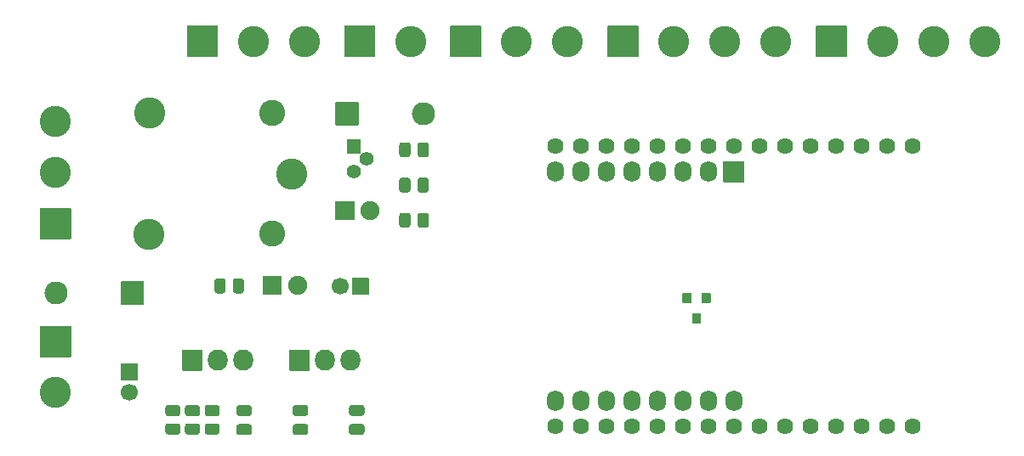
<source format=gts>
%TF.GenerationSoftware,KiCad,Pcbnew,5.1.10*%
%TF.CreationDate,2021-06-17T09:11:18+01:00*%
%TF.ProjectId,controller,636f6e74-726f-46c6-9c65-722e6b696361,V0.2*%
%TF.SameCoordinates,Original*%
%TF.FileFunction,Soldermask,Top*%
%TF.FilePolarity,Negative*%
%FSLAX46Y46*%
G04 Gerber Fmt 4.6, Leading zero omitted, Abs format (unit mm)*
G04 Created by KiCad (PCBNEW 5.1.10) date 2021-06-17 09:11:18*
%MOMM*%
%LPD*%
G01*
G04 APERTURE LIST*
%ADD10C,1.624000*%
%ADD11O,1.700000X2.100000*%
%ADD12C,1.900000*%
%ADD13C,1.700000*%
%ADD14O,2.300000X2.300000*%
%ADD15C,3.100000*%
%ADD16C,1.400000*%
%ADD17O,2.005000X2.100000*%
%ADD18C,2.600000*%
G04 APERTURE END LIST*
D10*
X234655000Y-109125000D03*
X232115000Y-109125000D03*
X229575000Y-109125000D03*
X227035000Y-109125000D03*
X224495000Y-109125000D03*
X221955000Y-109125000D03*
X219415000Y-109125000D03*
X216875000Y-109125000D03*
X214335000Y-109125000D03*
X211795000Y-109125000D03*
X209255000Y-109125000D03*
X206715000Y-109125000D03*
X204175000Y-109125000D03*
X201635000Y-109125000D03*
X199095000Y-109125000D03*
X199095000Y-81185000D03*
X201635000Y-81185000D03*
X204175000Y-81185000D03*
X206715000Y-81185000D03*
X209255000Y-81185000D03*
X211795000Y-81185000D03*
X214335000Y-81185000D03*
X216875000Y-81185000D03*
X219415000Y-81185000D03*
X221955000Y-81185000D03*
X224495000Y-81185000D03*
X227035000Y-81185000D03*
X229575000Y-81185000D03*
X232115000Y-81185000D03*
X234655000Y-81185000D03*
D11*
X216875000Y-106585000D03*
X214335000Y-106585000D03*
X211795000Y-106585000D03*
X209255000Y-106585000D03*
X206715000Y-106585000D03*
X204175000Y-106585000D03*
X201635000Y-106585000D03*
X199095000Y-106585000D03*
X199095000Y-83725000D03*
X201635000Y-83725000D03*
X204175000Y-83725000D03*
X206715000Y-83725000D03*
X209255000Y-83725000D03*
X211795000Y-83725000D03*
G36*
G01*
X215875000Y-82675000D02*
X217875000Y-82675000D01*
G75*
G02*
X217925000Y-82725000I0J-50000D01*
G01*
X217925000Y-84725000D01*
G75*
G02*
X217875000Y-84775000I-50000J0D01*
G01*
X215875000Y-84775000D01*
G75*
G02*
X215825000Y-84725000I0J50000D01*
G01*
X215825000Y-82725000D01*
G75*
G02*
X215875000Y-82675000I50000J0D01*
G01*
G37*
X214335000Y-83725000D03*
D12*
X180700500Y-87604000D03*
G36*
G01*
X177210500Y-88504000D02*
X177210500Y-86704000D01*
G75*
G02*
X177260500Y-86654000I50000J0D01*
G01*
X179060500Y-86654000D01*
G75*
G02*
X179110500Y-86704000I0J-50000D01*
G01*
X179110500Y-88504000D01*
G75*
G02*
X179060500Y-88554000I-50000J0D01*
G01*
X177260500Y-88554000D01*
G75*
G02*
X177210500Y-88504000I0J50000D01*
G01*
G37*
D13*
X177711100Y-95173800D03*
G36*
G01*
X180561100Y-94373800D02*
X180561100Y-95973800D01*
G75*
G02*
X180511100Y-96023800I-50000J0D01*
G01*
X178911100Y-96023800D01*
G75*
G02*
X178861100Y-95973800I0J50000D01*
G01*
X178861100Y-94373800D01*
G75*
G02*
X178911100Y-94323800I50000J0D01*
G01*
X180511100Y-94323800D01*
G75*
G02*
X180561100Y-94373800I0J-50000D01*
G01*
G37*
G36*
G01*
X168630000Y-109990000D02*
X167630000Y-109990000D01*
G75*
G02*
X167355000Y-109715000I0J275000D01*
G01*
X167355000Y-109165000D01*
G75*
G02*
X167630000Y-108890000I275000J0D01*
G01*
X168630000Y-108890000D01*
G75*
G02*
X168905000Y-109165000I0J-275000D01*
G01*
X168905000Y-109715000D01*
G75*
G02*
X168630000Y-109990000I-275000J0D01*
G01*
G37*
G36*
G01*
X168630000Y-108090000D02*
X167630000Y-108090000D01*
G75*
G02*
X167355000Y-107815000I0J275000D01*
G01*
X167355000Y-107265000D01*
G75*
G02*
X167630000Y-106990000I275000J0D01*
G01*
X168630000Y-106990000D01*
G75*
G02*
X168905000Y-107265000I0J-275000D01*
G01*
X168905000Y-107815000D01*
G75*
G02*
X168630000Y-108090000I-275000J0D01*
G01*
G37*
G36*
G01*
X174237600Y-108090000D02*
X173237600Y-108090000D01*
G75*
G02*
X172962600Y-107815000I0J275000D01*
G01*
X172962600Y-107265000D01*
G75*
G02*
X173237600Y-106990000I275000J0D01*
G01*
X174237600Y-106990000D01*
G75*
G02*
X174512600Y-107265000I0J-275000D01*
G01*
X174512600Y-107815000D01*
G75*
G02*
X174237600Y-108090000I-275000J0D01*
G01*
G37*
G36*
G01*
X174237600Y-109990000D02*
X173237600Y-109990000D01*
G75*
G02*
X172962600Y-109715000I0J275000D01*
G01*
X172962600Y-109165000D01*
G75*
G02*
X173237600Y-108890000I275000J0D01*
G01*
X174237600Y-108890000D01*
G75*
G02*
X174512600Y-109165000I0J-275000D01*
G01*
X174512600Y-109715000D01*
G75*
G02*
X174237600Y-109990000I-275000J0D01*
G01*
G37*
G36*
G01*
X179845200Y-108090000D02*
X178845200Y-108090000D01*
G75*
G02*
X178570200Y-107815000I0J275000D01*
G01*
X178570200Y-107265000D01*
G75*
G02*
X178845200Y-106990000I275000J0D01*
G01*
X179845200Y-106990000D01*
G75*
G02*
X180120200Y-107265000I0J-275000D01*
G01*
X180120200Y-107815000D01*
G75*
G02*
X179845200Y-108090000I-275000J0D01*
G01*
G37*
G36*
G01*
X179845200Y-109990000D02*
X178845200Y-109990000D01*
G75*
G02*
X178570200Y-109715000I0J275000D01*
G01*
X178570200Y-109165000D01*
G75*
G02*
X178845200Y-108890000I275000J0D01*
G01*
X179845200Y-108890000D01*
G75*
G02*
X180120200Y-109165000I0J-275000D01*
G01*
X180120200Y-109715000D01*
G75*
G02*
X179845200Y-109990000I-275000J0D01*
G01*
G37*
G36*
G01*
X169953900Y-95946800D02*
X169953900Y-94146800D01*
G75*
G02*
X170003900Y-94096800I50000J0D01*
G01*
X171803900Y-94096800D01*
G75*
G02*
X171853900Y-94146800I0J-50000D01*
G01*
X171853900Y-95946800D01*
G75*
G02*
X171803900Y-95996800I-50000J0D01*
G01*
X170003900Y-95996800D01*
G75*
G02*
X169953900Y-95946800I0J50000D01*
G01*
G37*
D12*
X173443900Y-95046800D03*
G36*
G01*
X177222500Y-79064200D02*
X177222500Y-76864200D01*
G75*
G02*
X177272500Y-76814200I50000J0D01*
G01*
X179472500Y-76814200D01*
G75*
G02*
X179522500Y-76864200I0J-50000D01*
G01*
X179522500Y-79064200D01*
G75*
G02*
X179472500Y-79114200I-50000J0D01*
G01*
X177272500Y-79114200D01*
G75*
G02*
X177222500Y-79064200I0J50000D01*
G01*
G37*
D14*
X185992500Y-77964200D03*
X149380000Y-95830000D03*
G36*
G01*
X158150000Y-94730000D02*
X158150000Y-96930000D01*
G75*
G02*
X158100000Y-96980000I-50000J0D01*
G01*
X155900000Y-96980000D01*
G75*
G02*
X155850000Y-96930000I0J50000D01*
G01*
X155850000Y-94730000D01*
G75*
G02*
X155900000Y-94680000I50000J0D01*
G01*
X158100000Y-94680000D01*
G75*
G02*
X158150000Y-94730000I0J-50000D01*
G01*
G37*
G36*
G01*
X178078800Y-72239000D02*
X178078800Y-69239000D01*
G75*
G02*
X178128800Y-69189000I50000J0D01*
G01*
X181128800Y-69189000D01*
G75*
G02*
X181178800Y-69239000I0J-50000D01*
G01*
X181178800Y-72239000D01*
G75*
G02*
X181128800Y-72289000I-50000J0D01*
G01*
X178128800Y-72289000D01*
G75*
G02*
X178078800Y-72239000I0J50000D01*
G01*
G37*
D15*
X184708800Y-70739000D03*
X221081600Y-70739000D03*
G36*
G01*
X204291600Y-72239000D02*
X204291600Y-69239000D01*
G75*
G02*
X204341600Y-69189000I50000J0D01*
G01*
X207341600Y-69189000D01*
G75*
G02*
X207391600Y-69239000I0J-50000D01*
G01*
X207391600Y-72239000D01*
G75*
G02*
X207341600Y-72289000I-50000J0D01*
G01*
X204341600Y-72289000D01*
G75*
G02*
X204291600Y-72239000I0J50000D01*
G01*
G37*
X216001600Y-70739000D03*
X210921600Y-70739000D03*
G36*
G01*
X162432400Y-72239000D02*
X162432400Y-69239000D01*
G75*
G02*
X162482400Y-69189000I50000J0D01*
G01*
X165482400Y-69189000D01*
G75*
G02*
X165532400Y-69239000I0J-50000D01*
G01*
X165532400Y-72239000D01*
G75*
G02*
X165482400Y-72289000I-50000J0D01*
G01*
X162482400Y-72289000D01*
G75*
G02*
X162432400Y-72239000I0J50000D01*
G01*
G37*
X169062400Y-70739000D03*
X174142400Y-70739000D03*
X241846100Y-70739000D03*
G36*
G01*
X225056100Y-72239000D02*
X225056100Y-69239000D01*
G75*
G02*
X225106100Y-69189000I50000J0D01*
G01*
X228106100Y-69189000D01*
G75*
G02*
X228156100Y-69239000I0J-50000D01*
G01*
X228156100Y-72239000D01*
G75*
G02*
X228106100Y-72289000I-50000J0D01*
G01*
X225106100Y-72289000D01*
G75*
G02*
X225056100Y-72239000I0J50000D01*
G01*
G37*
X236766100Y-70739000D03*
X231686100Y-70739000D03*
X149360000Y-105752900D03*
G36*
G01*
X147860000Y-99122900D02*
X150860000Y-99122900D01*
G75*
G02*
X150910000Y-99172900I0J-50000D01*
G01*
X150910000Y-102172900D01*
G75*
G02*
X150860000Y-102222900I-50000J0D01*
G01*
X147860000Y-102222900D01*
G75*
G02*
X147810000Y-102172900I0J50000D01*
G01*
X147810000Y-99172900D01*
G75*
G02*
X147860000Y-99122900I50000J0D01*
G01*
G37*
X149360000Y-78750000D03*
X149360000Y-83830000D03*
G36*
G01*
X150860000Y-90460000D02*
X147860000Y-90460000D01*
G75*
G02*
X147810000Y-90410000I0J50000D01*
G01*
X147810000Y-87410000D01*
G75*
G02*
X147860000Y-87360000I50000J0D01*
G01*
X150860000Y-87360000D01*
G75*
G02*
X150910000Y-87410000I0J-50000D01*
G01*
X150910000Y-90410000D01*
G75*
G02*
X150860000Y-90460000I-50000J0D01*
G01*
G37*
D16*
X180302900Y-82485400D03*
X179032900Y-83755400D03*
G36*
G01*
X178382900Y-80515400D02*
X179682900Y-80515400D01*
G75*
G02*
X179732900Y-80565400I0J-50000D01*
G01*
X179732900Y-81865400D01*
G75*
G02*
X179682900Y-81915400I-50000J0D01*
G01*
X178382900Y-81915400D01*
G75*
G02*
X178332900Y-81865400I0J50000D01*
G01*
X178332900Y-80565400D01*
G75*
G02*
X178382900Y-80515400I50000J0D01*
G01*
G37*
G36*
G01*
X164475089Y-108820000D02*
X165426311Y-108820000D01*
G75*
G02*
X165700700Y-109094389I0J-274389D01*
G01*
X165700700Y-109670611D01*
G75*
G02*
X165426311Y-109945000I-274389J0D01*
G01*
X164475089Y-109945000D01*
G75*
G02*
X164200700Y-109670611I0J274389D01*
G01*
X164200700Y-109094389D01*
G75*
G02*
X164475089Y-108820000I274389J0D01*
G01*
G37*
G36*
G01*
X164475089Y-106995000D02*
X165426311Y-106995000D01*
G75*
G02*
X165700700Y-107269389I0J-274389D01*
G01*
X165700700Y-107845611D01*
G75*
G02*
X165426311Y-108120000I-274389J0D01*
G01*
X164475089Y-108120000D01*
G75*
G02*
X164200700Y-107845611I0J274389D01*
G01*
X164200700Y-107269389D01*
G75*
G02*
X164475089Y-106995000I274389J0D01*
G01*
G37*
G36*
G01*
X162519289Y-106995000D02*
X163470511Y-106995000D01*
G75*
G02*
X163744900Y-107269389I0J-274389D01*
G01*
X163744900Y-107845611D01*
G75*
G02*
X163470511Y-108120000I-274389J0D01*
G01*
X162519289Y-108120000D01*
G75*
G02*
X162244900Y-107845611I0J274389D01*
G01*
X162244900Y-107269389D01*
G75*
G02*
X162519289Y-106995000I274389J0D01*
G01*
G37*
G36*
G01*
X162519289Y-108820000D02*
X163470511Y-108820000D01*
G75*
G02*
X163744900Y-109094389I0J-274389D01*
G01*
X163744900Y-109670611D01*
G75*
G02*
X163470511Y-109945000I-274389J0D01*
G01*
X162519289Y-109945000D01*
G75*
G02*
X162244900Y-109670611I0J274389D01*
G01*
X162244900Y-109094389D01*
G75*
G02*
X162519289Y-108820000I274389J0D01*
G01*
G37*
D17*
X178740000Y-102539800D03*
X176200000Y-102539800D03*
G36*
G01*
X172657500Y-103539800D02*
X172657500Y-101539800D01*
G75*
G02*
X172707500Y-101489800I50000J0D01*
G01*
X174612500Y-101489800D01*
G75*
G02*
X174662500Y-101539800I0J-50000D01*
G01*
X174662500Y-103539800D01*
G75*
G02*
X174612500Y-103589800I-50000J0D01*
G01*
X172707500Y-103589800D01*
G75*
G02*
X172657500Y-103539800I0J50000D01*
G01*
G37*
G36*
G01*
X161963900Y-103539800D02*
X161963900Y-101539800D01*
G75*
G02*
X162013900Y-101489800I50000J0D01*
G01*
X163918900Y-101489800D01*
G75*
G02*
X163968900Y-101539800I0J-50000D01*
G01*
X163968900Y-103539800D01*
G75*
G02*
X163918900Y-103589800I-50000J0D01*
G01*
X162013900Y-103589800D01*
G75*
G02*
X161963900Y-103539800I0J50000D01*
G01*
G37*
X165506400Y-102539800D03*
X168046400Y-102539800D03*
G36*
G01*
X186522500Y-88104389D02*
X186522500Y-89055611D01*
G75*
G02*
X186248111Y-89330000I-274389J0D01*
G01*
X185671889Y-89330000D01*
G75*
G02*
X185397500Y-89055611I0J274389D01*
G01*
X185397500Y-88104389D01*
G75*
G02*
X185671889Y-87830000I274389J0D01*
G01*
X186248111Y-87830000D01*
G75*
G02*
X186522500Y-88104389I0J-274389D01*
G01*
G37*
G36*
G01*
X184697500Y-88104389D02*
X184697500Y-89055611D01*
G75*
G02*
X184423111Y-89330000I-274389J0D01*
G01*
X183846889Y-89330000D01*
G75*
G02*
X183572500Y-89055611I0J274389D01*
G01*
X183572500Y-88104389D01*
G75*
G02*
X183846889Y-87830000I274389J0D01*
G01*
X184423111Y-87830000D01*
G75*
G02*
X184697500Y-88104389I0J-274389D01*
G01*
G37*
G36*
G01*
X167001300Y-95598611D02*
X167001300Y-94647389D01*
G75*
G02*
X167275689Y-94373000I274389J0D01*
G01*
X167851911Y-94373000D01*
G75*
G02*
X168126300Y-94647389I0J-274389D01*
G01*
X168126300Y-95598611D01*
G75*
G02*
X167851911Y-95873000I-274389J0D01*
G01*
X167275689Y-95873000D01*
G75*
G02*
X167001300Y-95598611I0J274389D01*
G01*
G37*
G36*
G01*
X165176300Y-95598611D02*
X165176300Y-94647389D01*
G75*
G02*
X165450689Y-94373000I274389J0D01*
G01*
X166026911Y-94373000D01*
G75*
G02*
X166301300Y-94647389I0J-274389D01*
G01*
X166301300Y-95598611D01*
G75*
G02*
X166026911Y-95873000I-274389J0D01*
G01*
X165450689Y-95873000D01*
G75*
G02*
X165176300Y-95598611I0J274389D01*
G01*
G37*
G36*
G01*
X160563489Y-106995000D02*
X161514711Y-106995000D01*
G75*
G02*
X161789100Y-107269389I0J-274389D01*
G01*
X161789100Y-107845611D01*
G75*
G02*
X161514711Y-108120000I-274389J0D01*
G01*
X160563489Y-108120000D01*
G75*
G02*
X160289100Y-107845611I0J274389D01*
G01*
X160289100Y-107269389D01*
G75*
G02*
X160563489Y-106995000I274389J0D01*
G01*
G37*
G36*
G01*
X160563489Y-108820000D02*
X161514711Y-108820000D01*
G75*
G02*
X161789100Y-109094389I0J-274389D01*
G01*
X161789100Y-109670611D01*
G75*
G02*
X161514711Y-109945000I-274389J0D01*
G01*
X160563489Y-109945000D01*
G75*
G02*
X160289100Y-109670611I0J274389D01*
G01*
X160289100Y-109094389D01*
G75*
G02*
X160563489Y-108820000I274389J0D01*
G01*
G37*
G36*
G01*
X185397500Y-82025611D02*
X185397500Y-81074389D01*
G75*
G02*
X185671889Y-80800000I274389J0D01*
G01*
X186248111Y-80800000D01*
G75*
G02*
X186522500Y-81074389I0J-274389D01*
G01*
X186522500Y-82025611D01*
G75*
G02*
X186248111Y-82300000I-274389J0D01*
G01*
X185671889Y-82300000D01*
G75*
G02*
X185397500Y-82025611I0J274389D01*
G01*
G37*
G36*
G01*
X183572500Y-82025611D02*
X183572500Y-81074389D01*
G75*
G02*
X183846889Y-80800000I274389J0D01*
G01*
X184423111Y-80800000D01*
G75*
G02*
X184697500Y-81074389I0J-274389D01*
G01*
X184697500Y-82025611D01*
G75*
G02*
X184423111Y-82300000I-274389J0D01*
G01*
X183846889Y-82300000D01*
G75*
G02*
X183572500Y-82025611I0J274389D01*
G01*
G37*
G36*
G01*
X155910000Y-102870000D02*
X157510000Y-102870000D01*
G75*
G02*
X157560000Y-102920000I0J-50000D01*
G01*
X157560000Y-104520000D01*
G75*
G02*
X157510000Y-104570000I-50000J0D01*
G01*
X155910000Y-104570000D01*
G75*
G02*
X155860000Y-104520000I0J50000D01*
G01*
X155860000Y-102920000D01*
G75*
G02*
X155910000Y-102870000I50000J0D01*
G01*
G37*
D13*
X156710000Y-105720000D03*
G36*
G01*
X213720000Y-95830000D02*
X214520000Y-95830000D01*
G75*
G02*
X214570000Y-95880000I0J-50000D01*
G01*
X214570000Y-96780000D01*
G75*
G02*
X214520000Y-96830000I-50000J0D01*
G01*
X213720000Y-96830000D01*
G75*
G02*
X213670000Y-96780000I0J50000D01*
G01*
X213670000Y-95880000D01*
G75*
G02*
X213720000Y-95830000I50000J0D01*
G01*
G37*
G36*
G01*
X211820000Y-95830000D02*
X212620000Y-95830000D01*
G75*
G02*
X212670000Y-95880000I0J-50000D01*
G01*
X212670000Y-96780000D01*
G75*
G02*
X212620000Y-96830000I-50000J0D01*
G01*
X211820000Y-96830000D01*
G75*
G02*
X211770000Y-96780000I0J50000D01*
G01*
X211770000Y-95880000D01*
G75*
G02*
X211820000Y-95830000I50000J0D01*
G01*
G37*
G36*
G01*
X212770000Y-97830000D02*
X213570000Y-97830000D01*
G75*
G02*
X213620000Y-97880000I0J-50000D01*
G01*
X213620000Y-98780000D01*
G75*
G02*
X213570000Y-98830000I-50000J0D01*
G01*
X212770000Y-98830000D01*
G75*
G02*
X212720000Y-98780000I0J50000D01*
G01*
X212720000Y-97880000D01*
G75*
G02*
X212770000Y-97830000I50000J0D01*
G01*
G37*
G36*
G01*
X188632500Y-72239000D02*
X188632500Y-69239000D01*
G75*
G02*
X188682500Y-69189000I50000J0D01*
G01*
X191682500Y-69189000D01*
G75*
G02*
X191732500Y-69239000I0J-50000D01*
G01*
X191732500Y-72239000D01*
G75*
G02*
X191682500Y-72289000I-50000J0D01*
G01*
X188682500Y-72289000D01*
G75*
G02*
X188632500Y-72239000I0J50000D01*
G01*
G37*
D15*
X195262500Y-70739000D03*
X200342500Y-70739000D03*
G36*
G01*
X186522500Y-84589389D02*
X186522500Y-85540611D01*
G75*
G02*
X186248111Y-85815000I-274389J0D01*
G01*
X185671889Y-85815000D01*
G75*
G02*
X185397500Y-85540611I0J274389D01*
G01*
X185397500Y-84589389D01*
G75*
G02*
X185671889Y-84315000I274389J0D01*
G01*
X186248111Y-84315000D01*
G75*
G02*
X186522500Y-84589389I0J-274389D01*
G01*
G37*
G36*
G01*
X184697500Y-84589389D02*
X184697500Y-85540611D01*
G75*
G02*
X184423111Y-85815000I-274389J0D01*
G01*
X183846889Y-85815000D01*
G75*
G02*
X183572500Y-85540611I0J274389D01*
G01*
X183572500Y-84589389D01*
G75*
G02*
X183846889Y-84315000I274389J0D01*
G01*
X184423111Y-84315000D01*
G75*
G02*
X184697500Y-84589389I0J-274389D01*
G01*
G37*
D18*
X170936100Y-77895900D03*
D15*
X158736100Y-77895900D03*
X158686100Y-89945900D03*
D18*
X170936100Y-89895900D03*
D15*
X172886100Y-83945900D03*
M02*

</source>
